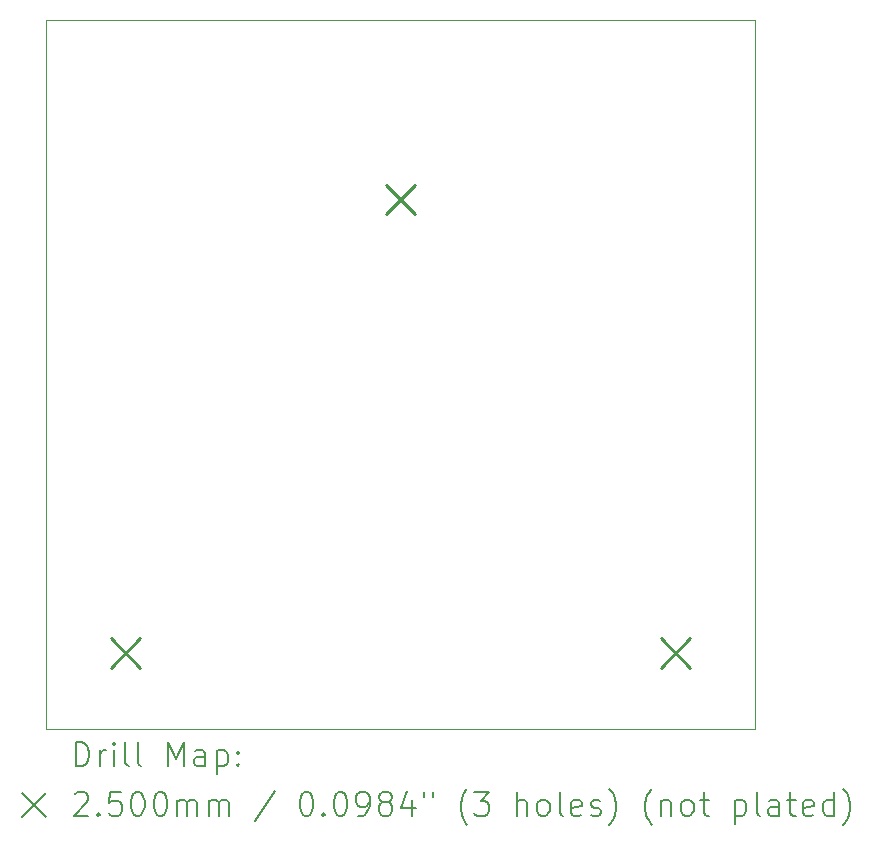
<source format=gbr>
%FSLAX45Y45*%
G04 Gerber Fmt 4.5, Leading zero omitted, Abs format (unit mm)*
G04 Created by KiCad (PCBNEW (6.0.4)) date 2022-04-20 18:40:48*
%MOMM*%
%LPD*%
G01*
G04 APERTURE LIST*
%TA.AperFunction,Profile*%
%ADD10C,0.100000*%
%TD*%
%ADD11C,0.200000*%
%ADD12C,0.250000*%
G04 APERTURE END LIST*
D10*
X10000000Y-6740000D02*
X16000000Y-6740000D01*
X16000000Y-6740000D02*
X16000000Y-12740000D01*
X16000000Y-12740000D02*
X10000000Y-12740000D01*
X10000000Y-12740000D02*
X10000000Y-6740000D01*
D11*
D12*
X10545000Y-11975000D02*
X10795000Y-12225000D01*
X10795000Y-11975000D02*
X10545000Y-12225000D01*
X12875000Y-8135000D02*
X13125000Y-8385000D01*
X13125000Y-8135000D02*
X12875000Y-8385000D01*
X15205000Y-11975000D02*
X15455000Y-12225000D01*
X15455000Y-11975000D02*
X15205000Y-12225000D01*
D11*
X10252619Y-13055476D02*
X10252619Y-12855476D01*
X10300238Y-12855476D01*
X10328810Y-12865000D01*
X10347857Y-12884048D01*
X10357381Y-12903095D01*
X10366905Y-12941190D01*
X10366905Y-12969762D01*
X10357381Y-13007857D01*
X10347857Y-13026905D01*
X10328810Y-13045952D01*
X10300238Y-13055476D01*
X10252619Y-13055476D01*
X10452619Y-13055476D02*
X10452619Y-12922143D01*
X10452619Y-12960238D02*
X10462143Y-12941190D01*
X10471667Y-12931667D01*
X10490714Y-12922143D01*
X10509762Y-12922143D01*
X10576429Y-13055476D02*
X10576429Y-12922143D01*
X10576429Y-12855476D02*
X10566905Y-12865000D01*
X10576429Y-12874524D01*
X10585952Y-12865000D01*
X10576429Y-12855476D01*
X10576429Y-12874524D01*
X10700238Y-13055476D02*
X10681190Y-13045952D01*
X10671667Y-13026905D01*
X10671667Y-12855476D01*
X10805000Y-13055476D02*
X10785952Y-13045952D01*
X10776429Y-13026905D01*
X10776429Y-12855476D01*
X11033571Y-13055476D02*
X11033571Y-12855476D01*
X11100238Y-12998333D01*
X11166905Y-12855476D01*
X11166905Y-13055476D01*
X11347857Y-13055476D02*
X11347857Y-12950714D01*
X11338333Y-12931667D01*
X11319286Y-12922143D01*
X11281190Y-12922143D01*
X11262143Y-12931667D01*
X11347857Y-13045952D02*
X11328809Y-13055476D01*
X11281190Y-13055476D01*
X11262143Y-13045952D01*
X11252619Y-13026905D01*
X11252619Y-13007857D01*
X11262143Y-12988809D01*
X11281190Y-12979286D01*
X11328809Y-12979286D01*
X11347857Y-12969762D01*
X11443095Y-12922143D02*
X11443095Y-13122143D01*
X11443095Y-12931667D02*
X11462143Y-12922143D01*
X11500238Y-12922143D01*
X11519286Y-12931667D01*
X11528809Y-12941190D01*
X11538333Y-12960238D01*
X11538333Y-13017381D01*
X11528809Y-13036428D01*
X11519286Y-13045952D01*
X11500238Y-13055476D01*
X11462143Y-13055476D01*
X11443095Y-13045952D01*
X11624048Y-13036428D02*
X11633571Y-13045952D01*
X11624048Y-13055476D01*
X11614524Y-13045952D01*
X11624048Y-13036428D01*
X11624048Y-13055476D01*
X11624048Y-12931667D02*
X11633571Y-12941190D01*
X11624048Y-12950714D01*
X11614524Y-12941190D01*
X11624048Y-12931667D01*
X11624048Y-12950714D01*
X9795000Y-13285000D02*
X9995000Y-13485000D01*
X9995000Y-13285000D02*
X9795000Y-13485000D01*
X10243095Y-13294524D02*
X10252619Y-13285000D01*
X10271667Y-13275476D01*
X10319286Y-13275476D01*
X10338333Y-13285000D01*
X10347857Y-13294524D01*
X10357381Y-13313571D01*
X10357381Y-13332619D01*
X10347857Y-13361190D01*
X10233571Y-13475476D01*
X10357381Y-13475476D01*
X10443095Y-13456428D02*
X10452619Y-13465952D01*
X10443095Y-13475476D01*
X10433571Y-13465952D01*
X10443095Y-13456428D01*
X10443095Y-13475476D01*
X10633571Y-13275476D02*
X10538333Y-13275476D01*
X10528810Y-13370714D01*
X10538333Y-13361190D01*
X10557381Y-13351667D01*
X10605000Y-13351667D01*
X10624048Y-13361190D01*
X10633571Y-13370714D01*
X10643095Y-13389762D01*
X10643095Y-13437381D01*
X10633571Y-13456428D01*
X10624048Y-13465952D01*
X10605000Y-13475476D01*
X10557381Y-13475476D01*
X10538333Y-13465952D01*
X10528810Y-13456428D01*
X10766905Y-13275476D02*
X10785952Y-13275476D01*
X10805000Y-13285000D01*
X10814524Y-13294524D01*
X10824048Y-13313571D01*
X10833571Y-13351667D01*
X10833571Y-13399286D01*
X10824048Y-13437381D01*
X10814524Y-13456428D01*
X10805000Y-13465952D01*
X10785952Y-13475476D01*
X10766905Y-13475476D01*
X10747857Y-13465952D01*
X10738333Y-13456428D01*
X10728810Y-13437381D01*
X10719286Y-13399286D01*
X10719286Y-13351667D01*
X10728810Y-13313571D01*
X10738333Y-13294524D01*
X10747857Y-13285000D01*
X10766905Y-13275476D01*
X10957381Y-13275476D02*
X10976429Y-13275476D01*
X10995476Y-13285000D01*
X11005000Y-13294524D01*
X11014524Y-13313571D01*
X11024048Y-13351667D01*
X11024048Y-13399286D01*
X11014524Y-13437381D01*
X11005000Y-13456428D01*
X10995476Y-13465952D01*
X10976429Y-13475476D01*
X10957381Y-13475476D01*
X10938333Y-13465952D01*
X10928810Y-13456428D01*
X10919286Y-13437381D01*
X10909762Y-13399286D01*
X10909762Y-13351667D01*
X10919286Y-13313571D01*
X10928810Y-13294524D01*
X10938333Y-13285000D01*
X10957381Y-13275476D01*
X11109762Y-13475476D02*
X11109762Y-13342143D01*
X11109762Y-13361190D02*
X11119286Y-13351667D01*
X11138333Y-13342143D01*
X11166905Y-13342143D01*
X11185952Y-13351667D01*
X11195476Y-13370714D01*
X11195476Y-13475476D01*
X11195476Y-13370714D02*
X11205000Y-13351667D01*
X11224048Y-13342143D01*
X11252619Y-13342143D01*
X11271667Y-13351667D01*
X11281190Y-13370714D01*
X11281190Y-13475476D01*
X11376428Y-13475476D02*
X11376428Y-13342143D01*
X11376428Y-13361190D02*
X11385952Y-13351667D01*
X11405000Y-13342143D01*
X11433571Y-13342143D01*
X11452619Y-13351667D01*
X11462143Y-13370714D01*
X11462143Y-13475476D01*
X11462143Y-13370714D02*
X11471667Y-13351667D01*
X11490714Y-13342143D01*
X11519286Y-13342143D01*
X11538333Y-13351667D01*
X11547857Y-13370714D01*
X11547857Y-13475476D01*
X11938333Y-13265952D02*
X11766905Y-13523095D01*
X12195476Y-13275476D02*
X12214524Y-13275476D01*
X12233571Y-13285000D01*
X12243095Y-13294524D01*
X12252619Y-13313571D01*
X12262143Y-13351667D01*
X12262143Y-13399286D01*
X12252619Y-13437381D01*
X12243095Y-13456428D01*
X12233571Y-13465952D01*
X12214524Y-13475476D01*
X12195476Y-13475476D01*
X12176428Y-13465952D01*
X12166905Y-13456428D01*
X12157381Y-13437381D01*
X12147857Y-13399286D01*
X12147857Y-13351667D01*
X12157381Y-13313571D01*
X12166905Y-13294524D01*
X12176428Y-13285000D01*
X12195476Y-13275476D01*
X12347857Y-13456428D02*
X12357381Y-13465952D01*
X12347857Y-13475476D01*
X12338333Y-13465952D01*
X12347857Y-13456428D01*
X12347857Y-13475476D01*
X12481190Y-13275476D02*
X12500238Y-13275476D01*
X12519286Y-13285000D01*
X12528809Y-13294524D01*
X12538333Y-13313571D01*
X12547857Y-13351667D01*
X12547857Y-13399286D01*
X12538333Y-13437381D01*
X12528809Y-13456428D01*
X12519286Y-13465952D01*
X12500238Y-13475476D01*
X12481190Y-13475476D01*
X12462143Y-13465952D01*
X12452619Y-13456428D01*
X12443095Y-13437381D01*
X12433571Y-13399286D01*
X12433571Y-13351667D01*
X12443095Y-13313571D01*
X12452619Y-13294524D01*
X12462143Y-13285000D01*
X12481190Y-13275476D01*
X12643095Y-13475476D02*
X12681190Y-13475476D01*
X12700238Y-13465952D01*
X12709762Y-13456428D01*
X12728809Y-13427857D01*
X12738333Y-13389762D01*
X12738333Y-13313571D01*
X12728809Y-13294524D01*
X12719286Y-13285000D01*
X12700238Y-13275476D01*
X12662143Y-13275476D01*
X12643095Y-13285000D01*
X12633571Y-13294524D01*
X12624048Y-13313571D01*
X12624048Y-13361190D01*
X12633571Y-13380238D01*
X12643095Y-13389762D01*
X12662143Y-13399286D01*
X12700238Y-13399286D01*
X12719286Y-13389762D01*
X12728809Y-13380238D01*
X12738333Y-13361190D01*
X12852619Y-13361190D02*
X12833571Y-13351667D01*
X12824048Y-13342143D01*
X12814524Y-13323095D01*
X12814524Y-13313571D01*
X12824048Y-13294524D01*
X12833571Y-13285000D01*
X12852619Y-13275476D01*
X12890714Y-13275476D01*
X12909762Y-13285000D01*
X12919286Y-13294524D01*
X12928809Y-13313571D01*
X12928809Y-13323095D01*
X12919286Y-13342143D01*
X12909762Y-13351667D01*
X12890714Y-13361190D01*
X12852619Y-13361190D01*
X12833571Y-13370714D01*
X12824048Y-13380238D01*
X12814524Y-13399286D01*
X12814524Y-13437381D01*
X12824048Y-13456428D01*
X12833571Y-13465952D01*
X12852619Y-13475476D01*
X12890714Y-13475476D01*
X12909762Y-13465952D01*
X12919286Y-13456428D01*
X12928809Y-13437381D01*
X12928809Y-13399286D01*
X12919286Y-13380238D01*
X12909762Y-13370714D01*
X12890714Y-13361190D01*
X13100238Y-13342143D02*
X13100238Y-13475476D01*
X13052619Y-13265952D02*
X13005000Y-13408809D01*
X13128809Y-13408809D01*
X13195476Y-13275476D02*
X13195476Y-13313571D01*
X13271667Y-13275476D02*
X13271667Y-13313571D01*
X13566905Y-13551667D02*
X13557381Y-13542143D01*
X13538333Y-13513571D01*
X13528809Y-13494524D01*
X13519286Y-13465952D01*
X13509762Y-13418333D01*
X13509762Y-13380238D01*
X13519286Y-13332619D01*
X13528809Y-13304048D01*
X13538333Y-13285000D01*
X13557381Y-13256428D01*
X13566905Y-13246905D01*
X13624048Y-13275476D02*
X13747857Y-13275476D01*
X13681190Y-13351667D01*
X13709762Y-13351667D01*
X13728809Y-13361190D01*
X13738333Y-13370714D01*
X13747857Y-13389762D01*
X13747857Y-13437381D01*
X13738333Y-13456428D01*
X13728809Y-13465952D01*
X13709762Y-13475476D01*
X13652619Y-13475476D01*
X13633571Y-13465952D01*
X13624048Y-13456428D01*
X13985952Y-13475476D02*
X13985952Y-13275476D01*
X14071667Y-13475476D02*
X14071667Y-13370714D01*
X14062143Y-13351667D01*
X14043095Y-13342143D01*
X14014524Y-13342143D01*
X13995476Y-13351667D01*
X13985952Y-13361190D01*
X14195476Y-13475476D02*
X14176428Y-13465952D01*
X14166905Y-13456428D01*
X14157381Y-13437381D01*
X14157381Y-13380238D01*
X14166905Y-13361190D01*
X14176428Y-13351667D01*
X14195476Y-13342143D01*
X14224048Y-13342143D01*
X14243095Y-13351667D01*
X14252619Y-13361190D01*
X14262143Y-13380238D01*
X14262143Y-13437381D01*
X14252619Y-13456428D01*
X14243095Y-13465952D01*
X14224048Y-13475476D01*
X14195476Y-13475476D01*
X14376428Y-13475476D02*
X14357381Y-13465952D01*
X14347857Y-13446905D01*
X14347857Y-13275476D01*
X14528809Y-13465952D02*
X14509762Y-13475476D01*
X14471667Y-13475476D01*
X14452619Y-13465952D01*
X14443095Y-13446905D01*
X14443095Y-13370714D01*
X14452619Y-13351667D01*
X14471667Y-13342143D01*
X14509762Y-13342143D01*
X14528809Y-13351667D01*
X14538333Y-13370714D01*
X14538333Y-13389762D01*
X14443095Y-13408809D01*
X14614524Y-13465952D02*
X14633571Y-13475476D01*
X14671667Y-13475476D01*
X14690714Y-13465952D01*
X14700238Y-13446905D01*
X14700238Y-13437381D01*
X14690714Y-13418333D01*
X14671667Y-13408809D01*
X14643095Y-13408809D01*
X14624048Y-13399286D01*
X14614524Y-13380238D01*
X14614524Y-13370714D01*
X14624048Y-13351667D01*
X14643095Y-13342143D01*
X14671667Y-13342143D01*
X14690714Y-13351667D01*
X14766905Y-13551667D02*
X14776428Y-13542143D01*
X14795476Y-13513571D01*
X14805000Y-13494524D01*
X14814524Y-13465952D01*
X14824048Y-13418333D01*
X14824048Y-13380238D01*
X14814524Y-13332619D01*
X14805000Y-13304048D01*
X14795476Y-13285000D01*
X14776428Y-13256428D01*
X14766905Y-13246905D01*
X15128809Y-13551667D02*
X15119286Y-13542143D01*
X15100238Y-13513571D01*
X15090714Y-13494524D01*
X15081190Y-13465952D01*
X15071667Y-13418333D01*
X15071667Y-13380238D01*
X15081190Y-13332619D01*
X15090714Y-13304048D01*
X15100238Y-13285000D01*
X15119286Y-13256428D01*
X15128809Y-13246905D01*
X15205000Y-13342143D02*
X15205000Y-13475476D01*
X15205000Y-13361190D02*
X15214524Y-13351667D01*
X15233571Y-13342143D01*
X15262143Y-13342143D01*
X15281190Y-13351667D01*
X15290714Y-13370714D01*
X15290714Y-13475476D01*
X15414524Y-13475476D02*
X15395476Y-13465952D01*
X15385952Y-13456428D01*
X15376428Y-13437381D01*
X15376428Y-13380238D01*
X15385952Y-13361190D01*
X15395476Y-13351667D01*
X15414524Y-13342143D01*
X15443095Y-13342143D01*
X15462143Y-13351667D01*
X15471667Y-13361190D01*
X15481190Y-13380238D01*
X15481190Y-13437381D01*
X15471667Y-13456428D01*
X15462143Y-13465952D01*
X15443095Y-13475476D01*
X15414524Y-13475476D01*
X15538333Y-13342143D02*
X15614524Y-13342143D01*
X15566905Y-13275476D02*
X15566905Y-13446905D01*
X15576428Y-13465952D01*
X15595476Y-13475476D01*
X15614524Y-13475476D01*
X15833571Y-13342143D02*
X15833571Y-13542143D01*
X15833571Y-13351667D02*
X15852619Y-13342143D01*
X15890714Y-13342143D01*
X15909762Y-13351667D01*
X15919286Y-13361190D01*
X15928809Y-13380238D01*
X15928809Y-13437381D01*
X15919286Y-13456428D01*
X15909762Y-13465952D01*
X15890714Y-13475476D01*
X15852619Y-13475476D01*
X15833571Y-13465952D01*
X16043095Y-13475476D02*
X16024048Y-13465952D01*
X16014524Y-13446905D01*
X16014524Y-13275476D01*
X16205000Y-13475476D02*
X16205000Y-13370714D01*
X16195476Y-13351667D01*
X16176428Y-13342143D01*
X16138333Y-13342143D01*
X16119286Y-13351667D01*
X16205000Y-13465952D02*
X16185952Y-13475476D01*
X16138333Y-13475476D01*
X16119286Y-13465952D01*
X16109762Y-13446905D01*
X16109762Y-13427857D01*
X16119286Y-13408809D01*
X16138333Y-13399286D01*
X16185952Y-13399286D01*
X16205000Y-13389762D01*
X16271667Y-13342143D02*
X16347857Y-13342143D01*
X16300238Y-13275476D02*
X16300238Y-13446905D01*
X16309762Y-13465952D01*
X16328809Y-13475476D01*
X16347857Y-13475476D01*
X16490714Y-13465952D02*
X16471667Y-13475476D01*
X16433571Y-13475476D01*
X16414524Y-13465952D01*
X16405000Y-13446905D01*
X16405000Y-13370714D01*
X16414524Y-13351667D01*
X16433571Y-13342143D01*
X16471667Y-13342143D01*
X16490714Y-13351667D01*
X16500238Y-13370714D01*
X16500238Y-13389762D01*
X16405000Y-13408809D01*
X16671667Y-13475476D02*
X16671667Y-13275476D01*
X16671667Y-13465952D02*
X16652619Y-13475476D01*
X16614524Y-13475476D01*
X16595476Y-13465952D01*
X16585952Y-13456428D01*
X16576428Y-13437381D01*
X16576428Y-13380238D01*
X16585952Y-13361190D01*
X16595476Y-13351667D01*
X16614524Y-13342143D01*
X16652619Y-13342143D01*
X16671667Y-13351667D01*
X16747857Y-13551667D02*
X16757381Y-13542143D01*
X16776428Y-13513571D01*
X16785952Y-13494524D01*
X16795476Y-13465952D01*
X16805000Y-13418333D01*
X16805000Y-13380238D01*
X16795476Y-13332619D01*
X16785952Y-13304048D01*
X16776428Y-13285000D01*
X16757381Y-13256428D01*
X16747857Y-13246905D01*
M02*

</source>
